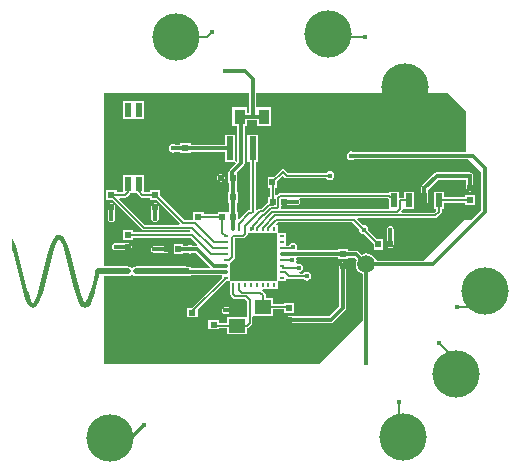
<source format=gtl>
%FSLAX44Y44*%
%MOMM*%
G71*
G01*
G75*
G04 Layer_Physical_Order=1*
G04 Layer_Color=255*
%ADD10R,0.5000X0.6000*%
%ADD11R,0.5000X0.5000*%
%ADD12R,0.6000X0.5000*%
%ADD13R,1.4000X1.2000*%
%ADD14R,0.2500X0.5000*%
%ADD15C,1.5000*%
%ADD16R,0.2500X0.4000*%
%ADD17R,0.4000X0.2500*%
%ADD18R,3.2000X3.2000*%
%ADD19R,0.5590X1.1940*%
%ADD20R,0.9000X1.3000*%
%ADD21R,0.6000X1.2000*%
%ADD22R,0.6000X2.0000*%
%ADD23C,4.0000*%
%ADD24C,0.3000*%
%ADD25C,0.5000*%
%ADD26C,0.1500*%
%ADD27C,0.2000*%
%ADD28C,0.4500*%
G36*
X-129562Y-12660D02*
X-129827Y-12262D01*
X-129816Y-12215D01*
X-129562Y-12660D01*
D02*
G37*
G36*
X-161286Y17473D02*
X-161326Y17511D01*
X-161782Y18101D01*
X-161286Y17473D01*
D02*
G37*
G36*
X-166881Y18615D02*
X-167594Y18258D01*
X-166866Y18627D01*
X-166881Y18615D01*
D02*
G37*
G36*
X20070Y14750D02*
Y9750D01*
Y4750D01*
Y-250D01*
Y-5250D01*
Y-10250D01*
Y-15250D01*
Y-20070D01*
X-20070D01*
Y-15250D01*
Y-10250D01*
Y-5250D01*
Y-4659D01*
X-19872Y-4619D01*
X-19128Y-4122D01*
X-16628Y-1622D01*
X-16131Y-878D01*
X-15956Y-0D01*
Y15956D01*
X-8750D01*
X-7872Y16131D01*
X-7128Y16628D01*
X-5878Y17878D01*
X-5381Y18622D01*
X-5206Y19500D01*
Y20070D01*
X20070D01*
Y14750D01*
D02*
G37*
G36*
X-187052Y-42729D02*
X-186997Y-42721D01*
X-186685D01*
X-187052Y-42729D01*
D02*
G37*
G36*
X-162137Y18265D02*
X-161326Y17511D01*
X-160575Y16536D01*
X-159599Y14861D01*
X-158105Y11469D01*
X-155897Y4694D01*
X-153206Y-5560D01*
X-149928Y-18979D01*
X-148175Y-25636D01*
X-146166Y-32171D01*
X-144943Y-35256D01*
X-143511Y-37914D01*
X-143115Y-38416D01*
X-142736Y-38726D01*
X-142528Y-38518D01*
X-142345Y-38335D01*
X-141955Y-37842D01*
X-141568Y-37249D01*
X-140827Y-35893D01*
X-140188Y-34385D01*
X-139043Y-31256D01*
X-138000Y-28000D01*
X-136307Y-22052D01*
X-133702Y-11265D01*
X-132738Y-11500D01*
X-132626Y-11239D01*
X-132288Y-10874D01*
X-132030Y-10766D01*
X-131747Y-10718D01*
X-131510Y-10760D01*
X-131254Y-10853D01*
X-131054Y-11030D01*
X-130867Y-11240D01*
X-130779Y-11476D01*
X-130732Y-11734D01*
X-130773Y-11981D01*
X-130028Y-11961D01*
X-129827Y-12262D01*
X-133214Y-25742D01*
X-135251Y-32542D01*
X-136496Y-35916D01*
X-138123Y-39294D01*
X-139354Y-41005D01*
X-140382Y-41927D01*
X-141279Y-42441D01*
X-142606Y-42746D01*
X-143929Y-42551D01*
X-145031Y-42007D01*
X-146023Y-41168D01*
X-146727Y-40291D01*
X-147695Y-38758D01*
X-148612Y-36904D01*
X-149933Y-33526D01*
X-152015Y-26744D01*
X-153797Y-19957D01*
X-157100Y-6417D01*
X-159742Y3594D01*
X-161828Y10030D01*
X-163154Y13014D01*
X-163901Y14301D01*
X-164623Y15126D01*
X-164741Y15244D01*
X-165452Y14533D01*
X-166557Y12606D01*
X-167832Y9571D01*
X-169917Y3111D01*
X-173348Y-10280D01*
X-176700Y-23814D01*
X-178603Y-30590D01*
X-179742Y-33959D01*
X-181530Y-38225D01*
X-183181Y-40804D01*
X-184028Y-41659D01*
X-185340Y-42472D01*
X-186997Y-42721D01*
X-187024D01*
X-188675Y-42238D01*
X-189774Y-41408D01*
X-190591Y-40460D01*
X-191639Y-38848D01*
X-193220Y-35417D01*
X-195475Y-28674D01*
X-197307Y-21888D01*
X-200635Y-8349D01*
X-202312Y-1642D01*
X-204142Y4993D01*
X-204289Y5409D01*
Y16000D01*
X-203464Y14605D01*
X-202680Y12911D01*
X-201387Y9540D01*
X-200322Y6140D01*
X-198443Y-639D01*
X-196745Y-7389D01*
X-193439Y-20883D01*
X-191635Y-27541D01*
X-190642Y-30797D01*
X-189496Y-33955D01*
X-188169Y-36864D01*
X-187373Y-38072D01*
X-187002Y-38522D01*
X-186723Y-38721D01*
X-186597Y-38594D01*
X-186230Y-38228D01*
X-185100Y-36378D01*
X-183494Y-32606D01*
X-182425Y-29398D01*
X-180569Y-22814D01*
X-177242Y-9351D01*
X-173764Y4205D01*
X-171633Y10899D01*
X-170151Y14378D01*
X-168653Y16916D01*
X-167902Y17794D01*
X-166881Y18615D01*
X-166846Y18632D01*
X-166440Y18824D01*
X-163000D01*
X-162137Y18265D01*
D02*
G37*
G36*
X71000Y-1500D02*
X80000D01*
Y-559D01*
X85733D01*
X87345Y-2171D01*
X86732Y-3650D01*
X86422Y-6000D01*
X86732Y-8349D01*
X87639Y-10539D01*
X89081Y-12419D01*
X90961Y-13862D01*
X92441Y-14475D01*
Y-53809D01*
X55500Y-90750D01*
X-126750D01*
Y-16078D01*
X-106750D01*
X-106356Y-16000D01*
X-104000D01*
Y-15423D01*
X-103097Y-15006D01*
X-102549Y-15093D01*
X-102000Y-15657D01*
Y-16000D01*
X-99644D01*
X-99250Y-16078D01*
X-57500D01*
X-57106Y-16000D01*
X-53000D01*
Y-15559D01*
X-27070D01*
Y-17756D01*
X-52314Y-43000D01*
X-56500D01*
Y-51000D01*
X-47500D01*
Y-44674D01*
X-23076Y-20250D01*
X-20250D01*
Y-27070D01*
X-19794D01*
Y-31000D01*
X-19619Y-31878D01*
X-19122Y-32622D01*
X-17122Y-34622D01*
X-16378Y-35119D01*
X-15500Y-35294D01*
X-15500Y-35294D01*
X-7768D01*
X-5794Y-37268D01*
Y-50500D01*
X-22500D01*
Y-55706D01*
X-29500D01*
Y-53250D01*
X-38500D01*
Y-61250D01*
X-29500D01*
Y-60294D01*
X-22500D01*
Y-65500D01*
X-5500D01*
Y-60294D01*
X-4622Y-60119D01*
X-3878Y-59622D01*
X-1878Y-57622D01*
X-1878Y-57622D01*
X-1381Y-56878D01*
X-1352Y-56732D01*
X-1206Y-56000D01*
X-1206Y-56000D01*
Y-50478D01*
X-500Y-49500D01*
X16500D01*
Y-44294D01*
X25500D01*
Y-47000D01*
X34500D01*
Y-39000D01*
X25500D01*
Y-39706D01*
X16500D01*
Y-34500D01*
X10294D01*
Y-32250D01*
X10294Y-32250D01*
X10148Y-31518D01*
X10119Y-31372D01*
X9622Y-30628D01*
X7372Y-28378D01*
X7315Y-28340D01*
X7701Y-27070D01*
X20250D01*
Y-20250D01*
X27070D01*
Y-18154D01*
X28243Y-17668D01*
X28448Y-17872D01*
X29192Y-18369D01*
X30070Y-18544D01*
X41773D01*
X42046Y-18954D01*
X43287Y-19782D01*
X44750Y-20073D01*
X46213Y-19782D01*
X47454Y-18954D01*
X48282Y-17713D01*
X48573Y-16250D01*
X48282Y-14787D01*
X47454Y-13546D01*
X46213Y-12718D01*
X44750Y-12427D01*
X43287Y-12718D01*
X42046Y-13546D01*
X41773Y-13956D01*
X38816D01*
X38691Y-12686D01*
X39463Y-12532D01*
X40704Y-11703D01*
X41532Y-10463D01*
X41823Y-9000D01*
X41532Y-7537D01*
X40704Y-6296D01*
X39463Y-5468D01*
X38000Y-5177D01*
X36557Y-5464D01*
X36487Y-5415D01*
X35653Y-4530D01*
X36032Y-3963D01*
X36323Y-2500D01*
X36140Y-1579D01*
X36957Y-309D01*
X71000D01*
Y-1500D01*
D02*
G37*
G36*
X-95872Y51128D02*
X-95128Y50631D01*
X-94250Y50456D01*
X-88000D01*
Y48750D01*
X-82744D01*
X-62462Y28467D01*
X-62948Y27294D01*
X-91800D01*
X-113788Y49283D01*
X-113302Y50456D01*
X-109000D01*
X-108122Y50631D01*
X-107378Y51128D01*
X-104878Y53628D01*
X-104878Y53628D01*
X-104462Y54250D01*
X-103270D01*
X-102000Y54250D01*
X-102000Y54250D01*
X-102000D01*
Y54250D01*
X-102000Y54250D01*
X-98994D01*
X-95872Y51128D01*
D02*
G37*
G36*
X-4059Y122059D02*
X-6000D01*
Y127000D01*
X-18000D01*
Y111000D01*
X-13809D01*
Y80873D01*
X-14118Y80673D01*
X-14242Y80592D01*
X-15491Y81285D01*
X-15500Y81504D01*
X-15500Y81720D01*
Y81764D01*
Y81764D01*
Y103500D01*
X-24500D01*
Y95059D01*
X-53250D01*
Y96250D01*
X-62250D01*
Y95309D01*
X-66078D01*
X-66787Y95782D01*
X-68250Y96073D01*
X-69713Y95782D01*
X-70954Y94954D01*
X-71782Y93713D01*
X-72073Y92250D01*
X-71782Y90787D01*
X-70954Y89546D01*
X-69713Y88718D01*
X-68250Y88427D01*
X-66787Y88718D01*
X-66078Y89191D01*
X-62250D01*
Y88250D01*
X-53250D01*
Y88941D01*
X-24500D01*
Y80500D01*
X-16764D01*
X-16764D01*
X-16719D01*
X-16504Y80500D01*
X-16046Y80481D01*
X-15464Y80308D01*
X-15451Y80292D01*
X-15076Y79838D01*
X-14810Y79516D01*
X-20163Y74163D01*
X-20826Y73170D01*
X-20924Y72678D01*
X-20965Y72632D01*
X-21750Y71750D01*
X-21750Y71750D01*
X-21750D01*
X-21750Y71750D01*
Y62750D01*
X-20559D01*
Y55000D01*
X-21500D01*
Y46000D01*
X-20559D01*
Y39044D01*
X-21500Y38250D01*
X-22500D01*
Y38250D01*
X-30500D01*
Y36544D01*
X-42250D01*
Y38250D01*
X-51250D01*
Y31044D01*
X-58550D01*
X-79000Y51494D01*
Y56750D01*
X-88000D01*
Y55044D01*
X-93000D01*
Y69250D01*
X-102000D01*
Y69250D01*
Y69250D01*
X-102000D01*
Y69250D01*
X-102000Y69250D01*
X-111000D01*
Y55044D01*
X-116000D01*
Y56750D01*
X-125000D01*
Y48750D01*
X-119744D01*
X-94372Y23378D01*
X-94372Y23378D01*
X-93628Y22881D01*
X-93482Y22852D01*
X-92750Y22706D01*
X-92750Y22706D01*
X-54028D01*
X-53762Y22314D01*
X-54433Y21044D01*
X-102000D01*
Y22750D01*
X-111000D01*
Y14750D01*
X-102000D01*
Y16456D01*
X-53200D01*
X-47791Y11047D01*
X-47853Y10682D01*
X-48349Y9809D01*
X-51828D01*
X-52537Y10282D01*
X-54000Y10573D01*
X-55463Y10282D01*
X-56172Y9809D01*
X-59750D01*
Y11250D01*
X-67750D01*
Y2250D01*
X-59750D01*
Y3691D01*
X-56172D01*
X-55463Y3218D01*
X-54000Y2927D01*
X-52537Y3218D01*
X-51828Y3691D01*
X-49267D01*
X-37308Y-8268D01*
X-37794Y-9441D01*
X-53000D01*
Y-8000D01*
X-57106D01*
X-57500Y-7922D01*
X-99250D01*
X-99644Y-8000D01*
X-102000D01*
Y-8577D01*
X-102902Y-8994D01*
X-103451Y-8907D01*
X-104000Y-8343D01*
Y-8000D01*
X-106356D01*
X-106750Y-7922D01*
X-125918D01*
X-126772Y-6982D01*
X-126750Y-6750D01*
Y139250D01*
X-4059D01*
Y122059D01*
D02*
G37*
G36*
X180000Y124000D02*
Y93500D01*
Y88809D01*
X84672D01*
X83963Y89282D01*
X82500Y89573D01*
X81037Y89282D01*
X79796Y88454D01*
X78968Y87213D01*
X78677Y85750D01*
X78968Y84287D01*
X79796Y83046D01*
X81037Y82218D01*
X82500Y81927D01*
X83963Y82218D01*
X84672Y82691D01*
X181809D01*
X192691Y71809D01*
Y39517D01*
X184674Y31500D01*
X177750D01*
X143309Y-2941D01*
X103975D01*
X103362Y-1461D01*
X101919Y419D01*
X100039Y1861D01*
X97850Y2768D01*
X95500Y3078D01*
X93151Y2768D01*
X91671Y2155D01*
X89163Y4663D01*
X88170Y5326D01*
X87000Y5559D01*
X87000Y5559D01*
X80000D01*
Y6500D01*
X71000D01*
Y5809D01*
X37453D01*
X36761Y6852D01*
X36791Y7079D01*
X37073Y8500D01*
X36782Y9963D01*
X35954Y11204D01*
X34713Y12032D01*
X33250Y12323D01*
X31787Y12032D01*
X30546Y11204D01*
X29718Y9963D01*
X29684Y9794D01*
X27070D01*
Y10250D01*
Y14750D01*
Y20250D01*
X20250D01*
Y27070D01*
X19472D01*
X18986Y28243D01*
X20198Y29456D01*
X83550D01*
X89273Y23733D01*
X89177Y23250D01*
X89468Y21787D01*
X90296Y20546D01*
X91537Y19718D01*
X93000Y19427D01*
X93483Y19523D01*
X101500Y11506D01*
Y6250D01*
X109500D01*
Y15250D01*
X104244D01*
X96727Y22767D01*
X96823Y23250D01*
X96532Y24713D01*
X95704Y25954D01*
X94463Y26782D01*
X93000Y27073D01*
X92517Y26977D01*
X87712Y31783D01*
X88198Y32956D01*
X153750D01*
X154628Y33131D01*
X155372Y33628D01*
X158672Y36928D01*
X158672Y36928D01*
X159169Y37672D01*
X159344Y38550D01*
Y40510D01*
X161345D01*
Y46206D01*
X178500D01*
Y44500D01*
X187500D01*
Y52500D01*
X178500D01*
Y50794D01*
X161345D01*
Y55450D01*
X152755D01*
Y40510D01*
X154128D01*
X154496Y39240D01*
X152800Y37544D01*
X125365D01*
X124879Y38717D01*
X125617Y39456D01*
X126115Y40200D01*
X126143Y40346D01*
X126146Y40361D01*
X127355Y40510D01*
X127355Y40510D01*
X127355Y40510D01*
X135945D01*
Y55450D01*
X127355D01*
Y50274D01*
X123995D01*
X123245Y50890D01*
Y55450D01*
X114655D01*
Y54294D01*
X22568D01*
X22568Y54294D01*
X21836Y54148D01*
X21690Y54119D01*
X20946Y53622D01*
X19564Y52240D01*
X18294Y52766D01*
Y58750D01*
X19750D01*
Y64006D01*
X24750Y69006D01*
X26378Y67378D01*
X27122Y66881D01*
X28000Y66706D01*
X61523D01*
X61796Y66296D01*
X63037Y65468D01*
X64500Y65177D01*
X65963Y65468D01*
X67204Y66296D01*
X68032Y67537D01*
X68323Y69000D01*
X68032Y70463D01*
X67204Y71704D01*
X65963Y72532D01*
X64500Y72823D01*
X63037Y72532D01*
X61796Y71704D01*
X61523Y71294D01*
X28950D01*
X26372Y73872D01*
X25628Y74369D01*
X24750Y74544D01*
X23872Y74369D01*
X23128Y73872D01*
X17006Y67750D01*
X11750D01*
Y58750D01*
X13706D01*
Y51250D01*
X12000D01*
Y46112D01*
X11641Y45872D01*
X6813Y41044D01*
X4930D01*
X4052Y40869D01*
X3308Y40372D01*
X2722Y39787D01*
X1549Y40273D01*
Y80500D01*
X3500D01*
Y103500D01*
X-5500D01*
Y80500D01*
X-3549D01*
Y39799D01*
X-3589D01*
X-4564Y39605D01*
X-5391Y39052D01*
X-12327Y32117D01*
X-13500Y32603D01*
Y38250D01*
X-14441D01*
Y46000D01*
X-13500D01*
Y55000D01*
X-14441D01*
Y62750D01*
X-13750D01*
Y71750D01*
X-13750Y71750D01*
X-13750D01*
X-13005Y72669D01*
X-8587Y77087D01*
X-8587Y77087D01*
X-7924Y78080D01*
X-7691Y79250D01*
Y111000D01*
X-6000D01*
Y115941D01*
X3000D01*
Y111000D01*
X15000D01*
Y127000D01*
X3000D01*
X2059Y127794D01*
Y139250D01*
X164750D01*
X180000Y124000D01*
D02*
G37*
G36*
X114655Y49031D02*
Y40544D01*
X23889D01*
X23006Y41814D01*
X23044Y42007D01*
Y43662D01*
X24314Y44268D01*
X24829Y43924D01*
X26000Y43691D01*
X36250D01*
X37420Y43924D01*
X38413Y44587D01*
X39076Y45580D01*
X39309Y46750D01*
X39076Y47921D01*
X38732Y48436D01*
X39338Y49706D01*
X113980D01*
X114655Y49031D01*
D02*
G37*
%LPC*%
G36*
X75500Y-4441D02*
X74330Y-4674D01*
X73337Y-5337D01*
X72674Y-6330D01*
X72441Y-7500D01*
Y-41483D01*
X63983Y-49941D01*
X30000D01*
X28830Y-50174D01*
X27837Y-50837D01*
X27174Y-51830D01*
X26941Y-53000D01*
X27174Y-54170D01*
X27837Y-55163D01*
X28830Y-55826D01*
X30000Y-56059D01*
X65250D01*
X65250Y-56059D01*
X66420Y-55826D01*
X67413Y-55163D01*
X77663Y-44913D01*
X78326Y-43920D01*
X78559Y-42750D01*
X78559Y-42750D01*
Y-7500D01*
X78326Y-6330D01*
X77663Y-5337D01*
X76670Y-4674D01*
X75500Y-4441D01*
D02*
G37*
G36*
X-27750Y70309D02*
X-28921Y70076D01*
X-29913Y69413D01*
X-30163Y69163D01*
X-30826Y68170D01*
X-31059Y67000D01*
X-30826Y65830D01*
X-30163Y64837D01*
X-29171Y64174D01*
X-28000Y63941D01*
X-26830Y64174D01*
X-25837Y64837D01*
X-25587Y65087D01*
X-24924Y66080D01*
X-24691Y67250D01*
X-24924Y68421D01*
X-25587Y69413D01*
X-26579Y70076D01*
X-27750Y70309D01*
D02*
G37*
G36*
X-102000Y132250D02*
X-102000D01*
D01*
X-103270Y132250D01*
X-111000D01*
Y117250D01*
X-103270D01*
X-102000Y117250D01*
X-102000D01*
X-100730Y117250D01*
X-93000D01*
Y132250D01*
X-100730D01*
X-102000Y132250D01*
D02*
G37*
G36*
X-14000Y-38941D02*
X-15171Y-39174D01*
X-16163Y-39837D01*
X-18267Y-41941D01*
X-24000D01*
X-25171Y-42174D01*
X-26163Y-42837D01*
X-26826Y-43829D01*
X-27059Y-45000D01*
X-26826Y-46171D01*
X-26163Y-47163D01*
X-25171Y-47826D01*
X-24000Y-48059D01*
X-17000D01*
X-17000Y-48059D01*
X-15829Y-47826D01*
X-14837Y-47163D01*
X-11837Y-44163D01*
X-11174Y-43170D01*
X-10941Y-42000D01*
X-11174Y-40830D01*
X-11837Y-39837D01*
X-12830Y-39174D01*
X-14000Y-38941D01*
D02*
G37*
G36*
X115500Y26309D02*
X114330Y26076D01*
X113337Y25413D01*
X112674Y24420D01*
X112441Y23250D01*
Y10750D01*
X112674Y9579D01*
X113337Y8587D01*
X114330Y7924D01*
X115500Y7691D01*
X116671Y7924D01*
X117663Y8587D01*
X118326Y9579D01*
X118559Y10750D01*
Y23250D01*
X118326Y24420D01*
X117663Y25413D01*
X116671Y26076D01*
X115500Y26309D01*
D02*
G37*
G36*
X-120500Y45809D02*
X-121671Y45576D01*
X-122663Y44913D01*
X-123326Y43920D01*
X-123559Y42750D01*
Y32500D01*
X-123326Y31330D01*
X-122663Y30337D01*
X-121671Y29674D01*
X-120500Y29441D01*
X-119330Y29674D01*
X-118337Y30337D01*
X-117674Y31330D01*
X-117441Y32500D01*
Y42750D01*
X-117674Y43920D01*
X-118337Y44913D01*
X-119330Y45576D01*
X-120500Y45809D01*
D02*
G37*
G36*
X-83500D02*
X-84670Y45576D01*
X-85663Y44913D01*
X-86326Y43920D01*
X-86559Y42750D01*
Y32500D01*
X-86326Y31330D01*
X-85663Y30337D01*
X-84670Y29674D01*
X-83500Y29441D01*
X-82330Y29674D01*
X-81337Y30337D01*
X-80674Y31330D01*
X-80441Y32500D01*
Y42750D01*
X-80674Y43920D01*
X-81337Y44913D01*
X-82330Y45576D01*
X-83500Y45809D01*
D02*
G37*
G36*
X183000Y71809D02*
X154870D01*
X153700Y71576D01*
X152707Y70913D01*
X142187Y60393D01*
X141524Y59401D01*
X141291Y58230D01*
X141291Y58230D01*
Y47980D01*
X141524Y46810D01*
X142187Y45817D01*
X143180Y45154D01*
X144350Y44921D01*
X145520Y45154D01*
X146513Y45817D01*
X147176Y46810D01*
X147409Y47980D01*
Y56963D01*
X156137Y65691D01*
X179941D01*
Y58500D01*
X180174Y57330D01*
X180837Y56337D01*
X181829Y55674D01*
X183000Y55441D01*
X184170Y55674D01*
X185163Y56337D01*
X185826Y57330D01*
X186059Y58500D01*
Y68750D01*
X185826Y69921D01*
X185163Y70913D01*
X184170Y71576D01*
X183000Y71809D01*
D02*
G37*
G36*
X-73750Y9809D02*
X-84000D01*
X-85170Y9576D01*
X-86163Y8913D01*
X-86826Y7921D01*
X-87059Y6750D01*
X-86826Y5580D01*
X-86163Y4587D01*
X-85170Y3924D01*
X-84000Y3691D01*
X-73750D01*
X-72579Y3924D01*
X-71587Y4587D01*
X-70924Y5580D01*
X-70691Y6750D01*
X-70924Y7921D01*
X-71587Y8913D01*
X-72579Y9576D01*
X-73750Y9809D01*
D02*
G37*
G36*
X-106500Y11809D02*
X-116750D01*
X-117921Y11576D01*
X-118913Y10913D01*
X-119576Y9920D01*
X-119809Y8750D01*
X-119576Y7580D01*
X-118913Y6587D01*
X-117921Y5924D01*
X-116750Y5691D01*
X-106500D01*
X-105330Y5924D01*
X-104337Y6587D01*
X-103674Y7580D01*
X-103441Y8750D01*
X-103674Y9920D01*
X-104337Y10913D01*
X-105330Y11576D01*
X-106500Y11809D01*
D02*
G37*
%LPD*%
D10*
X-17750Y67250D02*
D03*
X-27750D02*
D03*
X-17500Y50500D02*
D03*
X-27500D02*
D03*
X-63750Y6750D02*
D03*
X-73750D02*
D03*
X105500Y10750D02*
D03*
X115500D02*
D03*
X16000Y46750D02*
D03*
X26000D02*
D03*
X15750Y63250D02*
D03*
X25750D02*
D03*
D11*
X-26500Y34250D02*
D03*
X-17500D02*
D03*
D12*
X-120500Y52750D02*
D03*
Y42750D02*
D03*
X-83500Y52750D02*
D03*
Y42750D02*
D03*
X-46750Y34250D02*
D03*
Y44250D02*
D03*
X-57500Y-12000D02*
D03*
Y-22000D02*
D03*
X-82000Y-12000D02*
D03*
Y-22000D02*
D03*
X-121000Y-12000D02*
D03*
Y-22000D02*
D03*
X-106500Y18750D02*
D03*
Y8750D02*
D03*
X-52000Y-47000D02*
D03*
Y-57000D02*
D03*
X-34000Y-57250D02*
D03*
Y-47250D02*
D03*
X30000Y-43000D02*
D03*
Y-53000D02*
D03*
X75500Y-7500D02*
D03*
Y2500D02*
D03*
X183000Y48500D02*
D03*
Y58500D02*
D03*
X-57750Y92250D02*
D03*
Y82250D02*
D03*
D13*
X-14000Y-42000D02*
D03*
X8000D02*
D03*
Y-58000D02*
D03*
X-14000D02*
D03*
D14*
X-106750Y-12000D02*
D03*
X-99250D02*
D03*
D15*
X95500Y-6000D02*
D03*
D16*
X-17500Y23570D02*
D03*
X-12500D02*
D03*
X-7500D02*
D03*
X-2500D02*
D03*
X2500D02*
D03*
X7500D02*
D03*
X12500D02*
D03*
X17500D02*
D03*
Y-23570D02*
D03*
X12500D02*
D03*
X7500D02*
D03*
X2500D02*
D03*
X-2500D02*
D03*
X-7500D02*
D03*
X-12500D02*
D03*
X-17500D02*
D03*
D17*
X23570Y17500D02*
D03*
Y12500D02*
D03*
Y7500D02*
D03*
Y2500D02*
D03*
Y-2500D02*
D03*
Y-7500D02*
D03*
Y-12500D02*
D03*
Y-17500D02*
D03*
X-23570D02*
D03*
Y-12500D02*
D03*
Y-7500D02*
D03*
Y-2500D02*
D03*
Y2500D02*
D03*
Y7500D02*
D03*
Y12500D02*
D03*
Y17500D02*
D03*
D18*
X0Y0D02*
D03*
D19*
X157050Y98520D02*
D03*
X144350D02*
D03*
X131650D02*
D03*
X118950D02*
D03*
X157050Y47980D02*
D03*
X144350D02*
D03*
X131650D02*
D03*
X118950D02*
D03*
D20*
X-31000Y119000D02*
D03*
X-12000D02*
D03*
X28000D02*
D03*
X9000D02*
D03*
D21*
X-97500Y61750D02*
D03*
Y124750D02*
D03*
X-106500D02*
D03*
Y61750D02*
D03*
D22*
X-1000Y92000D02*
D03*
X-20000D02*
D03*
D23*
X-66000Y186000D02*
D03*
X196000Y-29000D02*
D03*
X63000Y188500D02*
D03*
X171000Y-99000D02*
D03*
X126000Y-152000D02*
D03*
X-121500Y-153250D02*
D03*
X128500Y144000D02*
D03*
D24*
X-103500Y-153250D02*
X-92750Y-142500D01*
X-121500Y-153250D02*
X-103500D01*
X-18000Y65250D02*
X-17500Y64750D01*
X-18000Y65250D02*
Y72000D01*
X-10750Y79250D01*
Y117750D01*
X-12000Y119000D02*
X-10750Y117750D01*
X-17500Y23570D02*
Y64750D01*
X-48000Y6750D02*
X-33750Y-7500D01*
X-23570D01*
X-56750Y92000D02*
X-20000D01*
X-68250Y92250D02*
X-57750D01*
X-57500Y92750D02*
X-56750Y92000D01*
X-63750Y6750D02*
X-54000D01*
X-48000D01*
X23570Y2500D02*
X23820Y2750D01*
X75250D02*
X75500Y2500D01*
X23820Y2750D02*
X75250D01*
X75500Y2500D02*
X87000D01*
X95500Y-6000D01*
X-28000Y67000D02*
X-27750Y67250D01*
X-83500Y32500D02*
Y42750D01*
X-120500Y32500D02*
Y42750D01*
X-116750Y8750D02*
X-106500D01*
X-84000Y6750D02*
X-73750D01*
X144350Y47980D02*
Y58230D01*
X183000Y58500D02*
Y68750D01*
X30000Y-53000D02*
X40250D01*
X75500Y-42750D02*
Y-7500D01*
X65250Y-53000D02*
X75500Y-42750D01*
X40250Y-53000D02*
X65250D01*
X154870Y68750D02*
X183000D01*
X144350Y58230D02*
X154870Y68750D01*
X-24250Y157250D02*
X-7750D01*
X-1000Y150500D01*
Y119000D02*
Y150500D01*
X-12000Y119000D02*
X-1000D01*
X9000D01*
X95500Y-89500D02*
Y-6000D01*
X95250Y-89750D02*
X95500Y-89500D01*
Y-6000D02*
X151500D01*
X195750Y38250D01*
Y75500D01*
X185500Y85750D02*
X195750Y75500D01*
X82500Y85750D02*
X185500D01*
X26000Y46750D02*
X36250D01*
X-57250Y-12500D02*
X-23320D01*
X115500Y10750D02*
Y23250D01*
X-17000Y-45000D02*
X-14000Y-42000D01*
X-24000Y-45000D02*
X-17000D01*
D25*
X-99250Y-12000D02*
X-82000D01*
X-121000D02*
X-106750D01*
X-132000D02*
X-121000D01*
X-82000D02*
X-57500D01*
D26*
X-26500Y20430D02*
X-23570Y17500D01*
X-26500Y20430D02*
Y34250D01*
X-46750D02*
X-26500D01*
X-46750Y34250D02*
X-46750Y34250D01*
X-23570Y-2500D02*
X-20750D01*
X-18250Y-0D01*
X-7500Y19500D02*
Y23570D01*
X-18250Y-0D02*
Y16932D01*
X-8750Y18250D02*
X-7500Y19500D01*
X-18250Y16932D02*
X-16932Y18250D01*
X-8750D01*
X-34757Y7500D02*
X-23570D01*
X-33682Y12500D02*
X-23570D01*
X-7500Y23570D02*
X-7180D01*
X16000Y46750D02*
Y63000D01*
X15750Y63250D02*
X16000Y63000D01*
X-7180Y23570D02*
Y26640D01*
X-106500Y18750D02*
X-52250D01*
X-36000Y2500D01*
X-23570D01*
X-120500Y52750D02*
X-92750Y25000D01*
X-52257D01*
X-34757Y7500D01*
X-49932Y28750D02*
X-33682Y12500D01*
X-83500Y52750D02*
X-59500Y28750D01*
X-49932D01*
X-120500Y52750D02*
X-109000D01*
X-106500Y55250D01*
Y61750D01*
X-97500Y56000D02*
Y61750D01*
Y56000D02*
X-94250Y52750D01*
X-83500D01*
X-52000Y-45930D02*
X-23570Y-17500D01*
X-52000Y-47000D02*
Y-45930D01*
X-33250Y-58000D02*
X-14000D01*
X-34000Y-57250D02*
X-33250Y-58000D01*
X8000Y-42000D02*
X29000D01*
X30000Y-43000D01*
X-14000Y-58000D02*
X-5500D01*
X-3500Y-56000D01*
Y-36318D01*
X-17500Y-31000D02*
Y-23570D01*
Y-31000D02*
X-15500Y-33000D01*
X-6818D01*
X-3500Y-36318D01*
X-12500Y-27500D02*
Y-23570D01*
Y-27500D02*
X-10000Y-30000D01*
X5750D01*
X8000Y-32250D01*
Y-42000D02*
Y-32250D01*
X-2500Y23570D02*
X-1000D01*
Y26502D01*
X20750Y50182D02*
X22568Y52000D01*
X20750Y42007D02*
Y50182D01*
X123995Y47980D02*
X131650D01*
X123995Y41078D02*
Y47980D01*
X2500Y23570D02*
Y25002D01*
X-7180Y26640D02*
X4930Y38750D01*
X-1000Y26502D02*
X8248Y35750D01*
X2500Y25002D02*
X15748Y38250D01*
X121167D01*
X123995Y41078D01*
X8248Y35750D02*
X9005D01*
X14505Y41250D01*
X19993D01*
X20750Y42007D01*
X7763Y38750D02*
X13263Y44250D01*
X16000D01*
Y46750D01*
X4930Y38750D02*
X7763D01*
X7500Y23570D02*
Y25002D01*
X17748Y35250D01*
X19248Y31750D02*
X84500D01*
X157570Y48500D02*
X183000D01*
X157050Y47980D02*
X157570Y48500D01*
X17748Y35250D02*
X153750D01*
X157050Y38550D01*
Y47980D01*
X12500Y23570D02*
Y25002D01*
X19248Y31750D01*
X-66000Y186000D02*
X-39250D01*
X-35000Y190250D01*
X84500Y31750D02*
X93000Y23250D01*
X105500Y10750D01*
X23570Y7500D02*
X32250D01*
X61000Y184000D02*
X70500Y193500D01*
X123250Y-149250D02*
X126000Y-152000D01*
X30070Y-16250D02*
X44750D01*
X172250Y-42000D02*
X183000D01*
X196000Y-29000D01*
X171000Y-99000D02*
Y-87000D01*
X23570Y-2500D02*
X32500D01*
X23570Y-7500D02*
X25070Y-9000D01*
X38000D01*
X32250Y7500D02*
X33250Y8500D01*
X23570Y-12500D02*
X26320D01*
X30070Y-16250D01*
X15750Y63250D02*
X24750Y72250D01*
X22568Y52000D02*
X114930D01*
X118950Y47980D01*
X123250Y-149250D02*
Y-122500D01*
X157000Y-73000D02*
X171000Y-87000D01*
X157000Y-73000D02*
Y-72500D01*
X70500Y193500D02*
X77375Y186625D01*
X94125D01*
X24750Y72250D02*
X28000Y69000D01*
X64500D01*
D27*
X-1000Y38320D02*
Y92000D01*
X-3589Y37250D02*
X-2070D01*
X-1000Y38320D01*
X-12500Y28339D02*
X-3589Y37250D01*
X-12500Y23570D02*
Y28339D01*
D28*
X-132000Y-12000D02*
D03*
X500Y-10500D02*
D03*
X12250D02*
D03*
Y750D02*
D03*
X-11500Y-9750D02*
D03*
X0Y0D02*
D03*
X-92750Y-142500D02*
D03*
X-68250Y92250D02*
D03*
X-54000Y6750D02*
D03*
X93000Y23250D02*
D03*
X-35000Y190250D02*
D03*
X172250Y-42000D02*
D03*
X44750Y-16250D02*
D03*
X38000Y-9000D02*
D03*
X33250Y8500D02*
D03*
X32500Y-2500D02*
D03*
X-11750Y12000D02*
D03*
X0D02*
D03*
X11500D02*
D03*
X-11500Y1500D02*
D03*
X-83500Y32500D02*
D03*
X-120500D02*
D03*
X-116750Y8750D02*
D03*
X-84000Y6750D02*
D03*
X144350Y58230D02*
D03*
X183000Y68750D02*
D03*
X-24250Y157250D02*
D03*
X95250Y-89750D02*
D03*
X82500Y85750D02*
D03*
X36250Y46750D02*
D03*
X40250Y-53000D02*
D03*
X123250Y-122500D02*
D03*
X157000Y-72500D02*
D03*
X94125Y186625D02*
D03*
X115500Y23250D02*
D03*
X64500Y69000D02*
D03*
X-24000Y-45000D02*
D03*
M02*

</source>
